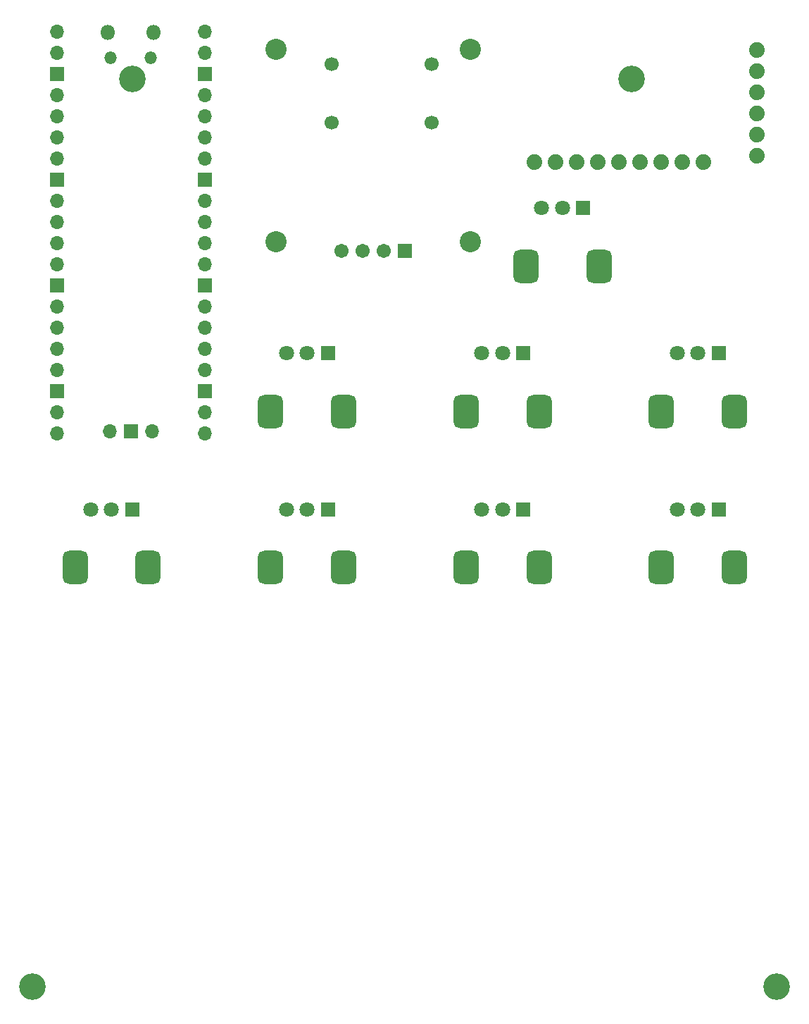
<source format=gbs>
%TF.GenerationSoftware,KiCad,Pcbnew,8.0.4*%
%TF.CreationDate,2024-08-26T20:05:07-05:00*%
%TF.ProjectId,controller,636f6e74-726f-46c6-9c65-722e6b696361,2*%
%TF.SameCoordinates,Original*%
%TF.FileFunction,Soldermask,Bot*%
%TF.FilePolarity,Negative*%
%FSLAX46Y46*%
G04 Gerber Fmt 4.6, Leading zero omitted, Abs format (unit mm)*
G04 Created by KiCad (PCBNEW 8.0.4) date 2024-08-26 20:05:07*
%MOMM*%
%LPD*%
G01*
G04 APERTURE LIST*
G04 Aperture macros list*
%AMRoundRect*
0 Rectangle with rounded corners*
0 $1 Rounding radius*
0 $2 $3 $4 $5 $6 $7 $8 $9 X,Y pos of 4 corners*
0 Add a 4 corners polygon primitive as box body*
4,1,4,$2,$3,$4,$5,$6,$7,$8,$9,$2,$3,0*
0 Add four circle primitives for the rounded corners*
1,1,$1+$1,$2,$3*
1,1,$1+$1,$4,$5*
1,1,$1+$1,$6,$7*
1,1,$1+$1,$8,$9*
0 Add four rect primitives between the rounded corners*
20,1,$1+$1,$2,$3,$4,$5,0*
20,1,$1+$1,$4,$5,$6,$7,0*
20,1,$1+$1,$6,$7,$8,$9,0*
20,1,$1+$1,$8,$9,$2,$3,0*%
G04 Aperture macros list end*
%ADD10C,1.700000*%
%ADD11C,1.879600*%
%ADD12C,3.200000*%
%ADD13R,1.800000X1.800000*%
%ADD14C,1.800000*%
%ADD15RoundRect,0.750000X-0.750000X1.250000X-0.750000X-1.250000X0.750000X-1.250000X0.750000X1.250000X0*%
%ADD16O,1.800000X1.800000*%
%ADD17O,1.500000X1.500000*%
%ADD18O,1.700000X1.700000*%
%ADD19R,1.700000X1.700000*%
%ADD20C,2.540000*%
%ADD21RoundRect,0.101600X0.754000X0.754000X-0.754000X0.754000X-0.754000X-0.754000X0.754000X-0.754000X0*%
%ADD22C,1.711200*%
G04 APERTURE END LIST*
D10*
%TO.C,J1-I1*%
X77600000Y-39400000D03*
X77600000Y-46400000D03*
%TD*%
D11*
%TO.C,U4*%
X122240000Y-51200000D03*
X119700000Y-51200000D03*
X117160000Y-51200000D03*
X114620000Y-51200000D03*
X112080000Y-51200000D03*
X128740000Y-47910000D03*
X128740000Y-45370000D03*
X109540000Y-51200000D03*
X104460000Y-51200000D03*
X128740000Y-40290000D03*
X101920000Y-51200000D03*
X128740000Y-42830000D03*
X107000000Y-51200000D03*
X128740000Y-50450000D03*
X128740000Y-37750000D03*
%TD*%
D12*
%TO.C,Hole1*%
X53600000Y-41200000D03*
%TD*%
D13*
%TO.C,RV4*%
X124100000Y-92900000D03*
D14*
X121600000Y-92900000D03*
X119100000Y-92900000D03*
D15*
X126000000Y-99900000D03*
X117200000Y-99900000D03*
%TD*%
D13*
%TO.C,RV8*%
X107800000Y-56700000D03*
D14*
X105300000Y-56700000D03*
X102800000Y-56700000D03*
D15*
X109700000Y-63700000D03*
X100900000Y-63700000D03*
%TD*%
D13*
%TO.C,RV5*%
X100600000Y-92900000D03*
D14*
X98100000Y-92900000D03*
X95600000Y-92900000D03*
D15*
X102500000Y-99900000D03*
X93700000Y-99900000D03*
%TD*%
D16*
%TO.C,U3*%
X50665000Y-35630000D03*
D17*
X50965000Y-38660000D03*
X55815000Y-38660000D03*
D16*
X56115000Y-35630000D03*
D18*
X44500000Y-35500000D03*
X44500000Y-38040000D03*
D19*
X44500000Y-40580000D03*
D18*
X44500000Y-43120000D03*
X44500000Y-45660000D03*
X44500000Y-48200000D03*
X44500000Y-50740000D03*
D19*
X44500000Y-53280000D03*
D18*
X44500000Y-55820000D03*
X44500000Y-58360000D03*
X44500000Y-60900000D03*
X44500000Y-63440000D03*
D19*
X44500000Y-65980000D03*
D18*
X44500000Y-68520000D03*
X44500000Y-71060000D03*
X44500000Y-73600000D03*
X44500000Y-76140000D03*
D19*
X44500000Y-78680000D03*
D18*
X44500000Y-81220000D03*
X44500000Y-83760000D03*
X62280000Y-83760000D03*
X62280000Y-81220000D03*
D19*
X62280000Y-78680000D03*
D18*
X62280000Y-76140000D03*
X62280000Y-73600000D03*
X62280000Y-71060000D03*
X62280000Y-68520000D03*
D19*
X62280000Y-65980000D03*
D18*
X62280000Y-63440000D03*
X62280000Y-60900000D03*
X62280000Y-58360000D03*
X62280000Y-55820000D03*
D19*
X62280000Y-53280000D03*
D18*
X62280000Y-50740000D03*
X62280000Y-48200000D03*
X62280000Y-45660000D03*
X62280000Y-43120000D03*
D19*
X62280000Y-40580000D03*
D18*
X62280000Y-38040000D03*
X62280000Y-35500000D03*
X50850000Y-83530000D03*
D19*
X53390000Y-83530000D03*
D18*
X55930000Y-83530000D03*
%TD*%
D13*
%TO.C,RV6*%
X77100000Y-92900000D03*
D14*
X74600000Y-92900000D03*
X72100000Y-92900000D03*
D15*
X79000000Y-99900000D03*
X70200000Y-99900000D03*
%TD*%
D12*
%TO.C,Hole2*%
X113600000Y-41200000D03*
%TD*%
%TO.C,Hole4*%
X131100000Y-150200000D03*
%TD*%
D10*
%TO.C,J11-O1*%
X89600000Y-39400000D03*
X89600000Y-46400000D03*
%TD*%
D13*
%TO.C,RV3*%
X77100000Y-74150000D03*
D14*
X74600000Y-74150000D03*
X72100000Y-74150000D03*
D15*
X79000000Y-81150000D03*
X70200000Y-81150000D03*
%TD*%
D20*
%TO.C,DISP1*%
X94268000Y-60714000D03*
X94268000Y-37600000D03*
X70900000Y-60714000D03*
X70900000Y-37600000D03*
D21*
X86394000Y-61857000D03*
D22*
X83854000Y-61857000D03*
X81314000Y-61857000D03*
X78774000Y-61857000D03*
%TD*%
D12*
%TO.C,Hole3*%
X41600000Y-150200000D03*
%TD*%
D13*
%TO.C,RV7*%
X53600000Y-92900000D03*
D14*
X51100000Y-92900000D03*
X48600000Y-92900000D03*
D15*
X55500000Y-99900000D03*
X46700000Y-99900000D03*
%TD*%
D13*
%TO.C,RV2*%
X124100000Y-74150000D03*
D14*
X121600000Y-74150000D03*
X119100000Y-74150000D03*
D15*
X126000000Y-81150000D03*
X117200000Y-81150000D03*
%TD*%
D13*
%TO.C,RV1*%
X100600000Y-74150000D03*
D14*
X98100000Y-74150000D03*
X95600000Y-74150000D03*
D15*
X102500000Y-81150000D03*
X93700000Y-81150000D03*
%TD*%
M02*

</source>
